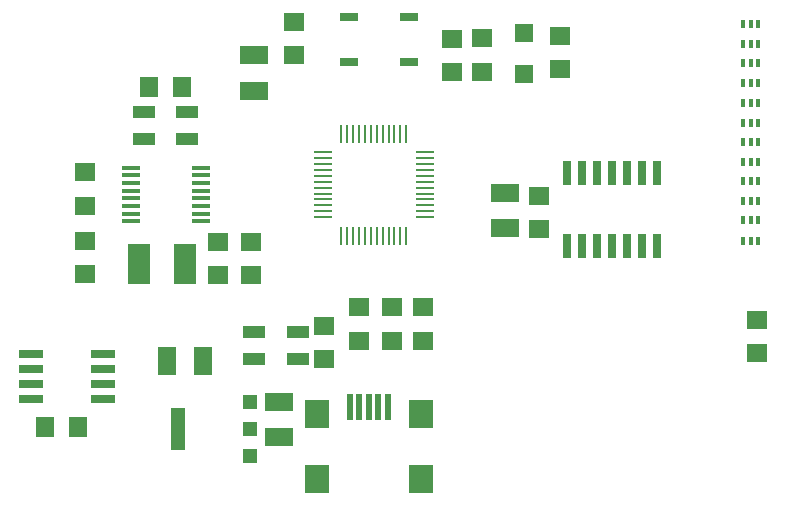
<source format=gtp>
G75*
G70*
%OFA0B0*%
%FSLAX24Y24*%
%IPPOS*%
%LPD*%
%AMOC8*
5,1,8,0,0,1.08239X$1,22.5*
%
%ADD10R,0.0591X0.0098*%
%ADD11R,0.0098X0.0591*%
%ADD12R,0.0787X0.0945*%
%ADD13R,0.0197X0.0909*%
%ADD14R,0.0710X0.0630*%
%ADD15R,0.0945X0.0630*%
%ADD16R,0.0630X0.0157*%
%ADD17R,0.0512X0.0512*%
%ADD18R,0.0512X0.1417*%
%ADD19R,0.0709X0.0630*%
%ADD20R,0.0630X0.0945*%
%ADD21R,0.0591X0.0591*%
%ADD22R,0.0600X0.0300*%
%ADD23R,0.0748X0.1339*%
%ADD24R,0.0748X0.0433*%
%ADD25R,0.0630X0.0709*%
%ADD26R,0.0800X0.0260*%
%ADD27R,0.0157X0.0276*%
%ADD28R,0.0260X0.0800*%
D10*
X014450Y009886D03*
X014450Y010083D03*
X014450Y010280D03*
X014450Y010477D03*
X014450Y010674D03*
X014450Y010871D03*
X014450Y011067D03*
X014450Y011264D03*
X014450Y011461D03*
X014450Y011658D03*
X014450Y011855D03*
X014450Y012052D03*
X017836Y012052D03*
X017836Y011855D03*
X017836Y011658D03*
X017836Y011461D03*
X017836Y011264D03*
X017836Y011067D03*
X017836Y010871D03*
X017836Y010674D03*
X017836Y010477D03*
X017836Y010280D03*
X017836Y010083D03*
X017836Y009886D03*
D11*
X017226Y009276D03*
X017029Y009276D03*
X016832Y009276D03*
X016635Y009276D03*
X016438Y009276D03*
X016241Y009276D03*
X016044Y009276D03*
X015848Y009276D03*
X015651Y009276D03*
X015454Y009276D03*
X015257Y009276D03*
X015060Y009276D03*
X015060Y012662D03*
X015257Y012662D03*
X015454Y012662D03*
X015651Y012662D03*
X015848Y012662D03*
X016044Y012662D03*
X016241Y012662D03*
X016438Y012662D03*
X016635Y012662D03*
X016832Y012662D03*
X017029Y012662D03*
X017226Y012662D03*
D12*
X017706Y003332D03*
X017706Y001167D03*
X014241Y001167D03*
X014241Y003332D03*
D13*
X015344Y003554D03*
X015659Y003554D03*
X015974Y003554D03*
X016289Y003554D03*
X016603Y003554D03*
D14*
X016743Y005767D03*
X017797Y005765D03*
X017797Y006885D03*
X016743Y006887D03*
X015656Y006883D03*
X015656Y005764D03*
X010948Y007955D03*
X010948Y009074D03*
X006527Y010264D03*
X006527Y011384D03*
X013484Y015287D03*
X013484Y016407D03*
X019759Y015854D03*
X019759Y014734D03*
D15*
X020526Y010695D03*
X020526Y009514D03*
X012159Y014104D03*
X012159Y015285D03*
X012977Y003726D03*
X012977Y002545D03*
D16*
X010377Y009746D03*
X010377Y010002D03*
X010377Y010258D03*
X010377Y010514D03*
X010377Y010770D03*
X010377Y011026D03*
X010377Y011282D03*
X010377Y011538D03*
X008055Y011538D03*
X008055Y011282D03*
X008055Y011026D03*
X008055Y010770D03*
X008055Y010514D03*
X008055Y010258D03*
X008055Y010002D03*
X008055Y009746D03*
D17*
X012008Y003736D03*
X012008Y002830D03*
X012008Y001925D03*
D18*
X009606Y002830D03*
D19*
X014493Y005163D03*
X014493Y006266D03*
X012039Y007949D03*
X012039Y009052D03*
X006516Y009107D03*
X006516Y008005D03*
X018737Y014734D03*
X018737Y015836D03*
X022355Y015941D03*
X022355Y014839D03*
X021649Y010600D03*
X021649Y009497D03*
X028906Y006467D03*
X028906Y005365D03*
D20*
X010438Y005082D03*
X009257Y005082D03*
D21*
X021138Y014660D03*
X021138Y016038D03*
D22*
X017312Y016571D03*
X015312Y016571D03*
X015312Y015071D03*
X017312Y015071D03*
D23*
X009837Y008334D03*
X008301Y008334D03*
D24*
X012152Y006067D03*
X012152Y005161D03*
X013609Y005161D03*
X013609Y006067D03*
X009930Y012482D03*
X008473Y012482D03*
X008473Y013388D03*
X009930Y013388D03*
D25*
X005174Y002893D03*
X006276Y002893D03*
X008653Y014211D03*
X009756Y014211D03*
D26*
X007128Y005316D03*
X007128Y004816D03*
X007128Y004316D03*
X007128Y003816D03*
X004708Y003816D03*
X004708Y004316D03*
X004708Y004816D03*
X004708Y005316D03*
D27*
X028448Y009109D03*
X028704Y009109D03*
X028960Y009109D03*
X028960Y009778D03*
X028704Y009778D03*
X028448Y009778D03*
X028448Y010419D03*
X028704Y010419D03*
X028960Y010419D03*
X028960Y011089D03*
X028704Y011089D03*
X028448Y011089D03*
X028448Y011730D03*
X028704Y011730D03*
X028960Y011730D03*
X028960Y012399D03*
X028704Y012399D03*
X028448Y012399D03*
X028448Y013040D03*
X028704Y013040D03*
X028960Y013040D03*
X028960Y013709D03*
X028704Y013709D03*
X028448Y013709D03*
X028448Y014350D03*
X028704Y014350D03*
X028960Y014350D03*
X028960Y015019D03*
X028704Y015019D03*
X028448Y015019D03*
X028448Y015660D03*
X028704Y015660D03*
X028960Y015660D03*
X028960Y016330D03*
X028704Y016330D03*
X028448Y016330D03*
D28*
X025568Y011359D03*
X025068Y011359D03*
X024568Y011359D03*
X024068Y011359D03*
X023568Y011359D03*
X023068Y011359D03*
X022568Y011359D03*
X022568Y008939D03*
X023068Y008939D03*
X023568Y008939D03*
X024068Y008939D03*
X024568Y008939D03*
X025068Y008939D03*
X025568Y008939D03*
M02*

</source>
